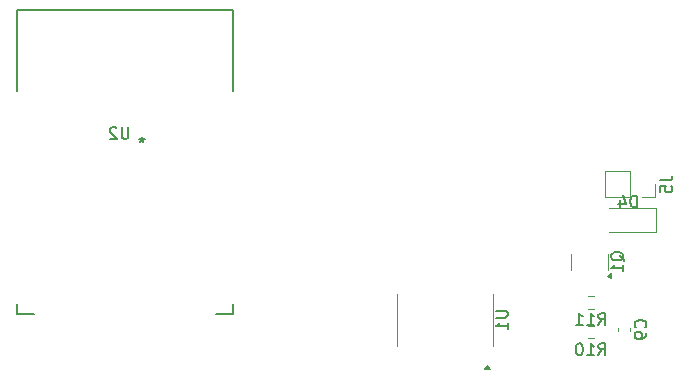
<source format=gbr>
%TF.GenerationSoftware,KiCad,Pcbnew,9.0.1*%
%TF.CreationDate,2025-11-02T14:12:38-06:00*%
%TF.ProjectId,OM-FlexGrid-Rigid-PCB,4f4d2d46-6c65-4784-9772-69642d526967,rev?*%
%TF.SameCoordinates,Original*%
%TF.FileFunction,Legend,Bot*%
%TF.FilePolarity,Positive*%
%FSLAX46Y46*%
G04 Gerber Fmt 4.6, Leading zero omitted, Abs format (unit mm)*
G04 Created by KiCad (PCBNEW 9.0.1) date 2025-11-02 14:12:38*
%MOMM*%
%LPD*%
G01*
G04 APERTURE LIST*
%ADD10C,0.150000*%
%ADD11C,0.120000*%
%ADD12C,0.152400*%
G04 APERTURE END LIST*
D10*
X202129819Y-118700595D02*
X202939342Y-118700595D01*
X202939342Y-118700595D02*
X203034580Y-118748214D01*
X203034580Y-118748214D02*
X203082200Y-118795833D01*
X203082200Y-118795833D02*
X203129819Y-118891071D01*
X203129819Y-118891071D02*
X203129819Y-119081547D01*
X203129819Y-119081547D02*
X203082200Y-119176785D01*
X203082200Y-119176785D02*
X203034580Y-119224404D01*
X203034580Y-119224404D02*
X202939342Y-119272023D01*
X202939342Y-119272023D02*
X202129819Y-119272023D01*
X203129819Y-120272023D02*
X203129819Y-119700595D01*
X203129819Y-119986309D02*
X202129819Y-119986309D01*
X202129819Y-119986309D02*
X202272676Y-119891071D01*
X202272676Y-119891071D02*
X202367914Y-119795833D01*
X202367914Y-119795833D02*
X202415533Y-119700595D01*
X213000057Y-114467261D02*
X212952438Y-114372023D01*
X212952438Y-114372023D02*
X212857200Y-114276785D01*
X212857200Y-114276785D02*
X212714342Y-114133928D01*
X212714342Y-114133928D02*
X212666723Y-114038690D01*
X212666723Y-114038690D02*
X212666723Y-113943452D01*
X212904819Y-113991071D02*
X212857200Y-113895833D01*
X212857200Y-113895833D02*
X212761961Y-113800595D01*
X212761961Y-113800595D02*
X212571485Y-113752976D01*
X212571485Y-113752976D02*
X212238152Y-113752976D01*
X212238152Y-113752976D02*
X212047676Y-113800595D01*
X212047676Y-113800595D02*
X211952438Y-113895833D01*
X211952438Y-113895833D02*
X211904819Y-113991071D01*
X211904819Y-113991071D02*
X211904819Y-114181547D01*
X211904819Y-114181547D02*
X211952438Y-114276785D01*
X211952438Y-114276785D02*
X212047676Y-114372023D01*
X212047676Y-114372023D02*
X212238152Y-114419642D01*
X212238152Y-114419642D02*
X212571485Y-114419642D01*
X212571485Y-114419642D02*
X212761961Y-114372023D01*
X212761961Y-114372023D02*
X212857200Y-114276785D01*
X212857200Y-114276785D02*
X212904819Y-114181547D01*
X212904819Y-114181547D02*
X212904819Y-113991071D01*
X212904819Y-115372023D02*
X212904819Y-114800595D01*
X212904819Y-115086309D02*
X211904819Y-115086309D01*
X211904819Y-115086309D02*
X212047676Y-114991071D01*
X212047676Y-114991071D02*
X212142914Y-114895833D01*
X212142914Y-114895833D02*
X212190533Y-114800595D01*
X171011904Y-103154819D02*
X171011904Y-103964342D01*
X171011904Y-103964342D02*
X170964285Y-104059580D01*
X170964285Y-104059580D02*
X170916666Y-104107200D01*
X170916666Y-104107200D02*
X170821428Y-104154819D01*
X170821428Y-104154819D02*
X170630952Y-104154819D01*
X170630952Y-104154819D02*
X170535714Y-104107200D01*
X170535714Y-104107200D02*
X170488095Y-104059580D01*
X170488095Y-104059580D02*
X170440476Y-103964342D01*
X170440476Y-103964342D02*
X170440476Y-103154819D01*
X170011904Y-103250057D02*
X169964285Y-103202438D01*
X169964285Y-103202438D02*
X169869047Y-103154819D01*
X169869047Y-103154819D02*
X169630952Y-103154819D01*
X169630952Y-103154819D02*
X169535714Y-103202438D01*
X169535714Y-103202438D02*
X169488095Y-103250057D01*
X169488095Y-103250057D02*
X169440476Y-103345295D01*
X169440476Y-103345295D02*
X169440476Y-103440533D01*
X169440476Y-103440533D02*
X169488095Y-103583390D01*
X169488095Y-103583390D02*
X170059523Y-104154819D01*
X170059523Y-104154819D02*
X169440476Y-104154819D01*
X172149999Y-104014819D02*
X172149999Y-104252914D01*
X172388094Y-104157676D02*
X172149999Y-104252914D01*
X172149999Y-104252914D02*
X171911904Y-104157676D01*
X172292856Y-104443390D02*
X172149999Y-104252914D01*
X172149999Y-104252914D02*
X172007142Y-104443390D01*
X216064819Y-107666666D02*
X216779104Y-107666666D01*
X216779104Y-107666666D02*
X216921961Y-107619047D01*
X216921961Y-107619047D02*
X217017200Y-107523809D01*
X217017200Y-107523809D02*
X217064819Y-107380952D01*
X217064819Y-107380952D02*
X217064819Y-107285714D01*
X216064819Y-108619047D02*
X216064819Y-108142857D01*
X216064819Y-108142857D02*
X216541009Y-108095238D01*
X216541009Y-108095238D02*
X216493390Y-108142857D01*
X216493390Y-108142857D02*
X216445771Y-108238095D01*
X216445771Y-108238095D02*
X216445771Y-108476190D01*
X216445771Y-108476190D02*
X216493390Y-108571428D01*
X216493390Y-108571428D02*
X216541009Y-108619047D01*
X216541009Y-108619047D02*
X216636247Y-108666666D01*
X216636247Y-108666666D02*
X216874342Y-108666666D01*
X216874342Y-108666666D02*
X216969580Y-108619047D01*
X216969580Y-108619047D02*
X217017200Y-108571428D01*
X217017200Y-108571428D02*
X217064819Y-108476190D01*
X217064819Y-108476190D02*
X217064819Y-108238095D01*
X217064819Y-108238095D02*
X217017200Y-108142857D01*
X217017200Y-108142857D02*
X216969580Y-108095238D01*
X210817857Y-122454819D02*
X211151190Y-121978628D01*
X211389285Y-122454819D02*
X211389285Y-121454819D01*
X211389285Y-121454819D02*
X211008333Y-121454819D01*
X211008333Y-121454819D02*
X210913095Y-121502438D01*
X210913095Y-121502438D02*
X210865476Y-121550057D01*
X210865476Y-121550057D02*
X210817857Y-121645295D01*
X210817857Y-121645295D02*
X210817857Y-121788152D01*
X210817857Y-121788152D02*
X210865476Y-121883390D01*
X210865476Y-121883390D02*
X210913095Y-121931009D01*
X210913095Y-121931009D02*
X211008333Y-121978628D01*
X211008333Y-121978628D02*
X211389285Y-121978628D01*
X209865476Y-122454819D02*
X210436904Y-122454819D01*
X210151190Y-122454819D02*
X210151190Y-121454819D01*
X210151190Y-121454819D02*
X210246428Y-121597676D01*
X210246428Y-121597676D02*
X210341666Y-121692914D01*
X210341666Y-121692914D02*
X210436904Y-121740533D01*
X209246428Y-121454819D02*
X209151190Y-121454819D01*
X209151190Y-121454819D02*
X209055952Y-121502438D01*
X209055952Y-121502438D02*
X209008333Y-121550057D01*
X209008333Y-121550057D02*
X208960714Y-121645295D01*
X208960714Y-121645295D02*
X208913095Y-121835771D01*
X208913095Y-121835771D02*
X208913095Y-122073866D01*
X208913095Y-122073866D02*
X208960714Y-122264342D01*
X208960714Y-122264342D02*
X209008333Y-122359580D01*
X209008333Y-122359580D02*
X209055952Y-122407200D01*
X209055952Y-122407200D02*
X209151190Y-122454819D01*
X209151190Y-122454819D02*
X209246428Y-122454819D01*
X209246428Y-122454819D02*
X209341666Y-122407200D01*
X209341666Y-122407200D02*
X209389285Y-122359580D01*
X209389285Y-122359580D02*
X209436904Y-122264342D01*
X209436904Y-122264342D02*
X209484523Y-122073866D01*
X209484523Y-122073866D02*
X209484523Y-121835771D01*
X209484523Y-121835771D02*
X209436904Y-121645295D01*
X209436904Y-121645295D02*
X209389285Y-121550057D01*
X209389285Y-121550057D02*
X209341666Y-121502438D01*
X209341666Y-121502438D02*
X209246428Y-121454819D01*
X214789580Y-120108333D02*
X214837200Y-120060714D01*
X214837200Y-120060714D02*
X214884819Y-119917857D01*
X214884819Y-119917857D02*
X214884819Y-119822619D01*
X214884819Y-119822619D02*
X214837200Y-119679762D01*
X214837200Y-119679762D02*
X214741961Y-119584524D01*
X214741961Y-119584524D02*
X214646723Y-119536905D01*
X214646723Y-119536905D02*
X214456247Y-119489286D01*
X214456247Y-119489286D02*
X214313390Y-119489286D01*
X214313390Y-119489286D02*
X214122914Y-119536905D01*
X214122914Y-119536905D02*
X214027676Y-119584524D01*
X214027676Y-119584524D02*
X213932438Y-119679762D01*
X213932438Y-119679762D02*
X213884819Y-119822619D01*
X213884819Y-119822619D02*
X213884819Y-119917857D01*
X213884819Y-119917857D02*
X213932438Y-120060714D01*
X213932438Y-120060714D02*
X213980057Y-120108333D01*
X214884819Y-120584524D02*
X214884819Y-120775000D01*
X214884819Y-120775000D02*
X214837200Y-120870238D01*
X214837200Y-120870238D02*
X214789580Y-120917857D01*
X214789580Y-120917857D02*
X214646723Y-121013095D01*
X214646723Y-121013095D02*
X214456247Y-121060714D01*
X214456247Y-121060714D02*
X214075295Y-121060714D01*
X214075295Y-121060714D02*
X213980057Y-121013095D01*
X213980057Y-121013095D02*
X213932438Y-120965476D01*
X213932438Y-120965476D02*
X213884819Y-120870238D01*
X213884819Y-120870238D02*
X213884819Y-120679762D01*
X213884819Y-120679762D02*
X213932438Y-120584524D01*
X213932438Y-120584524D02*
X213980057Y-120536905D01*
X213980057Y-120536905D02*
X214075295Y-120489286D01*
X214075295Y-120489286D02*
X214313390Y-120489286D01*
X214313390Y-120489286D02*
X214408628Y-120536905D01*
X214408628Y-120536905D02*
X214456247Y-120584524D01*
X214456247Y-120584524D02*
X214503866Y-120679762D01*
X214503866Y-120679762D02*
X214503866Y-120870238D01*
X214503866Y-120870238D02*
X214456247Y-120965476D01*
X214456247Y-120965476D02*
X214408628Y-121013095D01*
X214408628Y-121013095D02*
X214313390Y-121060714D01*
X210817857Y-119884819D02*
X211151190Y-119408628D01*
X211389285Y-119884819D02*
X211389285Y-118884819D01*
X211389285Y-118884819D02*
X211008333Y-118884819D01*
X211008333Y-118884819D02*
X210913095Y-118932438D01*
X210913095Y-118932438D02*
X210865476Y-118980057D01*
X210865476Y-118980057D02*
X210817857Y-119075295D01*
X210817857Y-119075295D02*
X210817857Y-119218152D01*
X210817857Y-119218152D02*
X210865476Y-119313390D01*
X210865476Y-119313390D02*
X210913095Y-119361009D01*
X210913095Y-119361009D02*
X211008333Y-119408628D01*
X211008333Y-119408628D02*
X211389285Y-119408628D01*
X209865476Y-119884819D02*
X210436904Y-119884819D01*
X210151190Y-119884819D02*
X210151190Y-118884819D01*
X210151190Y-118884819D02*
X210246428Y-119027676D01*
X210246428Y-119027676D02*
X210341666Y-119122914D01*
X210341666Y-119122914D02*
X210436904Y-119170533D01*
X208913095Y-119884819D02*
X209484523Y-119884819D01*
X209198809Y-119884819D02*
X209198809Y-118884819D01*
X209198809Y-118884819D02*
X209294047Y-119027676D01*
X209294047Y-119027676D02*
X209389285Y-119122914D01*
X209389285Y-119122914D02*
X209484523Y-119170533D01*
X214088094Y-109954819D02*
X214088094Y-108954819D01*
X214088094Y-108954819D02*
X213849999Y-108954819D01*
X213849999Y-108954819D02*
X213707142Y-109002438D01*
X213707142Y-109002438D02*
X213611904Y-109097676D01*
X213611904Y-109097676D02*
X213564285Y-109192914D01*
X213564285Y-109192914D02*
X213516666Y-109383390D01*
X213516666Y-109383390D02*
X213516666Y-109526247D01*
X213516666Y-109526247D02*
X213564285Y-109716723D01*
X213564285Y-109716723D02*
X213611904Y-109811961D01*
X213611904Y-109811961D02*
X213707142Y-109907200D01*
X213707142Y-109907200D02*
X213849999Y-109954819D01*
X213849999Y-109954819D02*
X214088094Y-109954819D01*
X212659523Y-109288152D02*
X212659523Y-109954819D01*
X212897618Y-108907200D02*
X213135713Y-109621485D01*
X213135713Y-109621485D02*
X212516666Y-109621485D01*
D11*
%TO.C,U1*%
X193790000Y-119462500D02*
X193790000Y-117262500D01*
X193790000Y-119462500D02*
X193790000Y-121662500D01*
X201860000Y-119462500D02*
X201860000Y-117262500D01*
X201860000Y-119462500D02*
X201860000Y-121662500D01*
X201640000Y-123652500D02*
X201160000Y-123652500D01*
X201400000Y-123322500D01*
X201640000Y-123652500D01*
G36*
X201640000Y-123652500D02*
G01*
X201160000Y-123652500D01*
X201400000Y-123322500D01*
X201640000Y-123652500D01*
G37*
%TO.C,Q1*%
X208490000Y-114562500D02*
X208490000Y-113912500D01*
X208490000Y-114562500D02*
X208490000Y-115212500D01*
X211610000Y-114562500D02*
X211610000Y-113912500D01*
X211610000Y-114562500D02*
X211610000Y-115212500D01*
X211890000Y-115965000D02*
X211560000Y-115725000D01*
X211890000Y-115485000D01*
X211890000Y-115965000D01*
G36*
X211890000Y-115965000D02*
G01*
X211560000Y-115725000D01*
X211890000Y-115485000D01*
X211890000Y-115965000D01*
G37*
D12*
%TO.C,U2*%
X161618700Y-93222200D02*
X179881300Y-93222200D01*
X161618700Y-100100860D02*
X161618700Y-93222200D01*
X161618700Y-118977800D02*
X161618700Y-118089140D01*
X163025860Y-118977800D02*
X161618700Y-118977800D01*
X179881300Y-93222200D02*
X179881300Y-100100860D01*
X179881300Y-118089140D02*
X179881300Y-118977800D01*
X179881300Y-118977800D02*
X178474140Y-118977800D01*
D11*
%TO.C,J5*%
X211390000Y-109110000D02*
X211390000Y-106890000D01*
X213500000Y-106890000D02*
X211390000Y-106890000D01*
X213500000Y-109110000D02*
X211390000Y-109110000D01*
X213500000Y-109110000D02*
X213500000Y-106890000D01*
X214500000Y-109110000D02*
X215610000Y-109110000D01*
X215610000Y-109110000D02*
X215610000Y-108000000D01*
%TO.C,R10*%
X209937742Y-119977500D02*
X210412258Y-119977500D01*
X209937742Y-121022500D02*
X210412258Y-121022500D01*
%TO.C,C9*%
X212490000Y-120415580D02*
X212490000Y-120134420D01*
X213510000Y-120415580D02*
X213510000Y-120134420D01*
%TO.C,R11*%
X209937742Y-117477500D02*
X210412258Y-117477500D01*
X209937742Y-118522500D02*
X210412258Y-118522500D01*
%TO.C,D4*%
X215710000Y-110000000D02*
X211700000Y-110000000D01*
X215710000Y-110000000D02*
X215710000Y-112000000D01*
X215710000Y-112000000D02*
X211700000Y-112000000D01*
%TD*%
M02*

</source>
